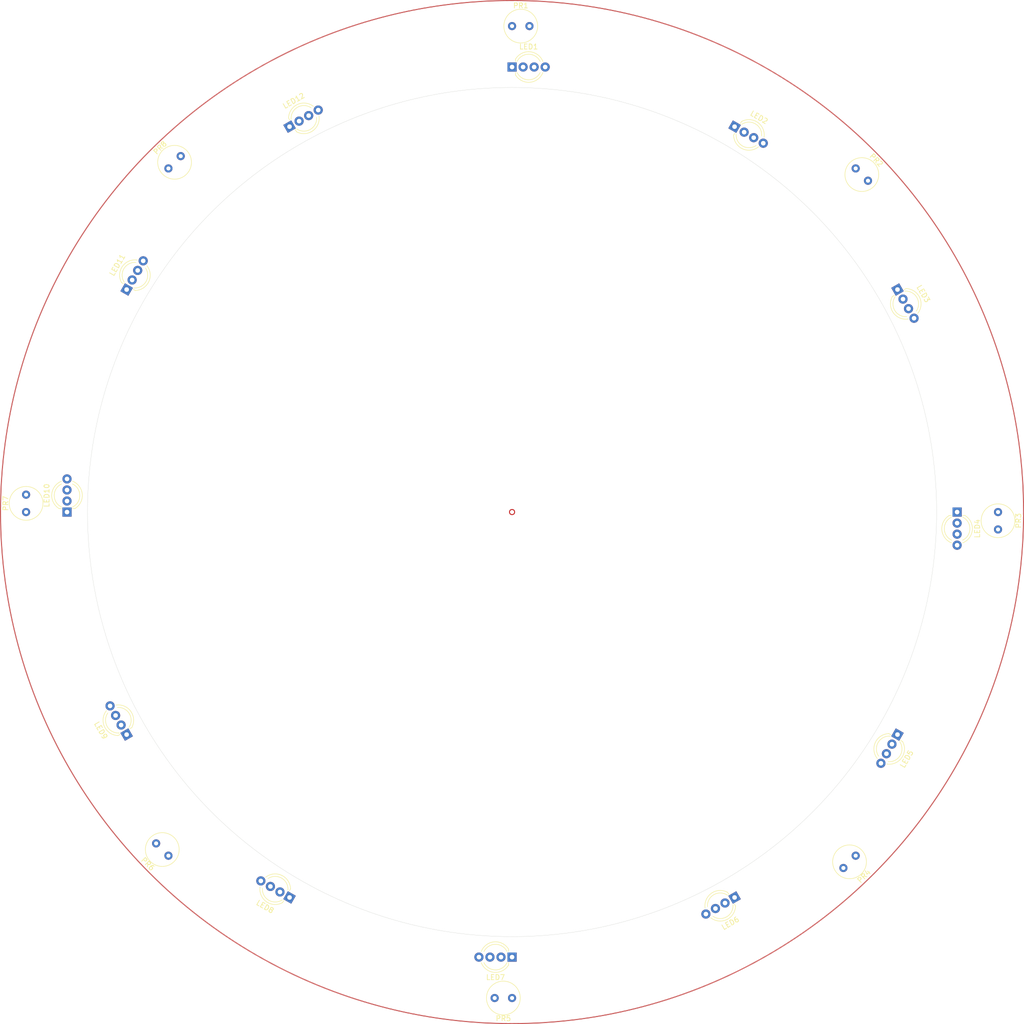
<source format=kicad_pcb>
(kicad_pcb (version 20240108) (generator "pcbnew") (generator_version "8.0")
  (layers (0 "F.Cu" signal) (31 "B.Cu" signal) (34 "B.Paste" user) (35 "F.Paste" user) (36 "B.SilkS" user "B.Silkscreen") (37 "F.SilkS" user "F.Silkscreen") (38 "B.Mask" user) (39 "F.Mask" user) (44 "Edge.Cuts" user))
  (net 0 "")
  (net 1 "Net-(J2-Pin_13)")
  (net 2 "5V")
  (net 3 "Net-(J2-Pin_12)")
  (net 4 "Net-(J2-Pin_11)")
  (net 5 "Net-(J2-Pin_10)")
  (net 6 "Net-(J2-Pin_9)")
  (net 7 "Net-(J2-Pin_8)")
  (net 8 "Net-(J2-Pin_7)")
  (net 9 "Net-(J2-Pin_6)")
  (net 10 "Net-(LED1-GA)")
  (net 11 "Net-(LED1-BA)")
  (net 12 "GND")
  (net 13 "Net-(LED1-RA)")
  (net 14 "Net-(LED2-GA)")
  (net 15 "Net-(LED2-BA)")
  (net 16 "Net-(LED2-RA)")
  (net 17 "Net-(LED3-RA)")
  (net 18 "Net-(LED3-GA)")
  (net 19 "Net-(LED3-BA)")
  (net 20 "Net-(LED4-GA)")
  (net 21 "Net-(LED4-RA)")
  (net 22 "Net-(LED4-BA)")
  (net 23 "Net-(LED5-RA)")
  (net 24 "Net-(LED5-GA)")
  (net 25 "Net-(LED5-BA)")
  (net 26 "Net-(LED6-GA)")
  (net 27 "Net-(LED6-BA)")
  (net 28 "Net-(LED6-RA)")
  (net 29 "Net-(LED7-RA)")
  (net 30 "Net-(LED7-BA)")
  (net 31 "Net-(LED7-GA)")
  (net 32 "Net-(LED8-GA)")
  (net 33 "Net-(LED8-RA)")
  (net 34 "Net-(LED8-BA)")
  (net 35 "Net-(LED9-GA)")
  (net 36 "Net-(LED9-RA)")
  (net 37 "Net-(LED9-BA)")
  (net 38 "Net-(LED10-GA)")
  (net 39 "Net-(LED10-BA)")
  (net 40 "Net-(LED10-RA)")
  (net 41 "Net-(LED11-GA)")
  (net 42 "Net-(LED11-RA)")
  (net 43 "Net-(LED11-BA)")
  (net 44 "Net-(LED12-RA)")
  (net 45 "Net-(LED12-BA)")
  (net 46 "Net-(LED12-GA)")
  (footprint "LED_THT:LED_D5.0mm-4_RGB_Wide_Pins" (layer "F.Cu") (at 63 100 90)
    (property "Reference" "LED10" (at 3.238501 -3.96 90) (layer "F.SilkS"))
    (property "Value" "LED_KRGB")
    (fp_line (start 0.6785 -1.545) (end 0.6785 -1.079999) (stroke (width 0.12)) (layer "F.SilkS"))
    (fp_line (start 0.6785 1.08) (end 0.6785 1.545) (stroke (width 0.12)) (layer "F.SilkS"))
    (fp_arc (start 0.6785 -1.54483) (mid 3.496956 -2.978809) (end 6.026315 -1.080827) (stroke (width 0.12)) (layer "F.SilkS"))
    (fp_arc (start 0.983816 -1.08) (mid 3.238263 -2.5) (end 5.492979 -1.080428) (stroke (width 0.12)) (layer "F.SilkS"))
    (fp_arc (start 5.492979 1.080429) (mid 3.238262 2.5) (end 0.983816 1.08) (stroke (width 0.12)) (layer "F.SilkS"))
    (fp_arc (start 6.026315 1.080827) (mid 3.496956 2.978808) (end 0.6785 1.54483) (stroke (width 0.12)) (layer "F.SilkS"))
    (pad "1" thru_hole rect (at 0 0 90) (size 1.8 1.8) (drill 0.9) (layers "*.Cu" "*.Mask") (net 12 "GND"))
    (pad "2" thru_hole circle (at 2.159 0 90) (size 1.8 1.8) (drill 0.9) (layers "*.Cu" "*.Mask") (net 40 "Net-(LED10-RA)"))
    (pad "3" thru_hole circle (at 4.318 0 90) (size 1.8 1.8) (drill 0.9) (layers "*.Cu" "*.Mask") (net 38 "Net-(LED10-GA)"))
    (pad "4" thru_hole circle (at 6.477 0 90) (size 1.8 1.8) (drill 0.9) (layers "*.Cu" "*.Mask") (net 39 "Net-(LED10-BA)"))
  )
  (footprint "LED_THT:LED_D5.0mm-4_RGB_Wide_Pins" (layer "F.Cu") (at 193.5 24.655789 -30)
    (property "Reference" "LED2" (at 3.2385 -3.960001 -30) (layer "F.SilkS"))
    (property "Value" "LED_KRGB")
    (fp_line (start 0.6785 1.080001) (end 0.6785 1.545) (stroke (width 0.12)) (layer "F.SilkS"))
    (fp_line (start 0.678499 -1.545001) (end 0.6785 -1.08) (stroke (width 0.12)) (layer "F.SilkS"))
    (fp_arc (start 0.678501 -1.54483) (mid 3.496957 -2.978809) (end 6.026315 -1.080827) (stroke (width 0.12)) (layer "F.SilkS"))
    (fp_arc (start 0.983816 -1.080001) (mid 3.238263 -2.500001) (end 5.492979 -1.080429) (stroke (width 0.12)) (layer "F.SilkS"))
    (fp_arc (start 5.492979 1.080429) (mid 3.238262 2.499999) (end 0.983816 1.079999) (stroke (width 0.12)) (layer "F.SilkS"))
    (fp_arc (start 6.026315 1.080827) (mid 3.496956 2.978808) (end 0.6785 1.54483) (stroke (width 0.12)) (layer "F.SilkS"))
    (pad "1" thru_hole rect (at 0 0 330) (size 1.8 1.8) (drill 0.9) (layers "*.Cu" "*.Mask") (net 12 "GND"))
    (pad "2" thru_hole circle (at 2.158999 0 330) (size 1.8 1.8) (drill 0.9) (layers "*.Cu" "*.Mask") (net 16 "Net-(LED2-RA)"))
    (pad "3" thru_hole circle (at 4.318 0 330) (size 1.8 1.8) (drill 0.9) (layers "*.Cu" "*.Mask") (net 14 "Net-(LED2-GA)"))
    (pad "4" thru_hole circle (at 6.477 0 330) (size 1.8 1.8) (drill 0.9) (layers "*.Cu" "*.Mask") (net 15 "Net-(LED2-BA)"))
  )
  (footprint "OptoDevice:R_LDR_D6.4mm_P3.4mm_Vertical" (layer "F.Cu") (at 150 5)
    (property "Reference" "PR1" (at 1.7 -4 0) (layer "F.SilkS"))
    (property "Value" "A1050")
    (fp_circle (center 1.7 0) (end 5 -0.1) (stroke (width 0.12)) (fill none) (layer "F.SilkS"))
    (pad "1" thru_hole circle (at 0 0) (size 1.6 1.6) (drill 0.8) (layers "*.Cu" "*.Mask") (net 2 "5V"))
    (pad "2" thru_hole circle (at 3.4 0) (size 1.6 1.6) (drill 0.8) (layers "*.Cu" "*.Mask") (net 1 "Net-(J2-Pin_13)"))
  )
  (footprint "OptoDevice:R_LDR_D6.4mm_P3.4mm_Vertical" (layer "F.Cu") (at 55 100 90)
    (property "Reference" "PR7" (at 1.7 -4 90) (layer "F.SilkS"))
    (property "Value" "A1050")
    (fp_circle (center 1.7 0) (end 5 -0.1) (stroke (width 0.12)) (fill none) (layer "F.SilkS"))
    (pad "1" thru_hole circle (at 0 0 90) (size 1.6 1.6) (drill 0.8) (layers "*.Cu" "*.Mask") (net 2 "5V"))
    (pad "2" thru_hole circle (at 3.4 0 90) (size 1.6 1.6) (drill 0.8) (layers "*.Cu" "*.Mask") (net 8 "Net-(J2-Pin_7)"))
  )
  (footprint "LED_THT:LED_D5.0mm-4_RGB_Wide_Pins" (layer "F.Cu") (at 225.34421 143.499999 -120)
    (property "Reference" "LED5" (at 3.238501 -3.96 -120) (layer "F.SilkS"))
    (property "Value" "LED_KRGB")
    (fp_line (start 0.6785 1.079999) (end 0.6785 1.545) (stroke (width 0.12)) (layer "F.SilkS"))
    (fp_line (start 0.678501 -1.545) (end 0.6785 -1.08) (stroke (width 0.12)) (layer "F.SilkS"))
    (fp_arc (start 6.026315 1.080827) (mid 3.496957 2.978808) (end 0.6785 1.54483) (stroke (width 0.12)) (layer "F.SilkS"))
    (fp_arc (start 5.492979 1.080429) (mid 3.238262 2.499999) (end 0.983816 1.079999) (stroke (width 0.12)) (layer "F.SilkS"))
    (fp_arc (start 0.983815 -1.08) (mid 3.238262 -2.500002) (end 5.492979 -1.08043) (stroke (width 0.12)) (layer "F.SilkS"))
    (fp_arc (start 0.6785 -1.54483) (mid 3.496957 -2.978809) (end 6.026315 -1.080827) (stroke (width 0.12)) (layer "F.SilkS"))
    (pad "1" thru_hole rect (at 0 0 240) (size 1.8 1.8) (drill 0.9) (layers "*.Cu" "*.Mask") (net 12 "GND"))
    (pad "2" thru_hole circle (at 2.159 0 240) (size 1.8 1.8) (drill 0.9) (layers "*.Cu" "*.Mask") (net 23 "Net-(LED5-RA)"))
    (pad "3" thru_hole circle (at 4.318 0 240) (size 1.8 1.8) (drill 0.9) (layers "*.Cu" "*.Mask") (net 24 "Net-(LED5-GA)"))
    (pad "4" thru_hole circle (at 6.477 0 240) (size 1.8 1.8) (drill 0.9) (layers "*.Cu" "*.Mask") (net 25 "Net-(LED5-BA)"))
  )
  (footprint "OptoDevice:R_LDR_D6.4mm_P3.4mm_Vertical" (layer "F.Cu") (at 82.824855 167.175144 135)
    (property "Reference" "PR6" (at 1.700001 -4 135) (layer "F.SilkS"))
    (property "Value" "A1050")
    (fp_circle (center 1.700001 0) (end 5 -0.1) (stroke (width 0.12)) (fill none) (layer "F.SilkS"))
    (pad "1" thru_hole circle (at 0 0 135) (size 1.6 1.6) (drill 0.8) (layers "*.Cu" "*.Mask") (net 2 "5V"))
    (pad "2" thru_hole circle (at 3.4 0 135) (size 1.6 1.6) (drill 0.8) (layers "*.Cu" "*.Mask") (net 7 "Net-(J2-Pin_8)"))
  )
  (footprint "OptoDevice:R_LDR_D6.4mm_P3.4mm_Vertical" (layer "F.Cu") (at 150 195 180)
    (property "Reference" "PR5" (at 1.7 -4 180) (layer "F.SilkS"))
    (property "Value" "A1050")
    (fp_circle (center 1.7 0) (end 5 -0.1) (stroke (width 0.12)) (fill none) (layer "F.SilkS"))
    (pad "1" thru_hole circle (at 0 0 180) (size 1.6 1.6) (drill 0.8) (layers "*.Cu" "*.Mask") (net 2 "5V"))
    (pad "2" thru_hole circle (at 3.4 0 180) (size 1.6 1.6) (drill 0.8) (layers "*.Cu" "*.Mask") (net 6 "Net-(J2-Pin_9)"))
  )
  (footprint "LED_THT:LED_D5.0mm-4_RGB_Wide_Pins" (layer "F.Cu") (at 225.34421 56.499999 -60)
    (property "Reference" "LED3" (at 3.238501 -3.96 -60) (layer "F.SilkS"))
    (property "Value" "LED_KRGB")
    (fp_line (start 0.6785 1.08) (end 0.678499 1.545001) (stroke (width 0.12)) (layer "F.SilkS"))
    (fp_line (start 0.6785 -1.545001) (end 0.6785 -1.08) (stroke (width 0.12)) (layer "F.SilkS"))
    (fp_arc (start 0.983815 -1.08) (mid 3.238263 -2.500001) (end 5.492979 -1.080429) (stroke (width 0.12)) (layer "F.SilkS"))
    (fp_arc (start 0.6785 -1.54483) (mid 3.496957 -2.978809) (end 6.026315 -1.080827) (stroke (width 0.12)) (layer "F.SilkS"))
    (fp_arc (start 5.492979 1.080429) (mid 3.238262 2.500001) (end 0.983816 1.079999) (stroke (width 0.12)) (layer "F.SilkS"))
    (fp_arc (start 6.026316 1.080827) (mid 3.496957 2.978809) (end 0.678499 1.544831) (stroke (width 0.12)) (layer "F.SilkS"))
    (pad "1" thru_hole rect (at 0 0 300) (size 1.8 1.8) (drill 0.9) (layers "*.Cu" "*.Mask") (net 12 "GND"))
    (pad "2" thru_hole circle (at 2.158999 0 300) (size 1.8 1.8) (drill 0.9) (layers "*.Cu" "*.Mask") (net 17 "Net-(LED3-RA)"))
    (pad "3" thru_hole circle (at 4.318001 -0.000001 300) (size 1.8 1.8) (drill 0.9) (layers "*.Cu" "*.Mask") (net 18 "Net-(LED3-GA)"))
    (pad "4" thru_hole circle (at 6.477 0 300) (size 1.8 1.8) (drill 0.9) (layers "*.Cu" "*.Mask") (net 19 "Net-(LED3-BA)"))
  )
  (footprint "LED_THT:LED_D5.0mm-4_RGB_Wide_Pins" (layer "F.Cu") (at 74.655789 56.499999 60)
    (property "Reference" "LED11" (at 3.238501 -3.960001 60) (layer "F.SilkS"))
    (property "Value" "LED_KRGB")
    (fp_line (start 0.678501 -1.545) (end 0.6785 -1.08) (stroke (width 0.12)) (layer "F.SilkS"))
    (fp_line (start 0.6785 1.079999) (end 0.6785 1.545) (stroke (width 0.12)) (layer "F.SilkS"))
    (fp_arc (start 0.6785 -1.54483) (mid 3.496957 -2.978809) (end 6.026315 -1.080827) (stroke (width 0.12)) (layer "F.SilkS"))
    (fp_arc (start 0.983815 -1.08) (mid 3.238262 -2.500002) (end 5.492979 -1.08043) (stroke (width 0.12)) (layer "F.SilkS"))
    (fp_arc (start 5.492979 1.080429) (mid 3.238262 2.499999) (end 0.983816 1.079999) (stroke (width 0.12)) (layer "F.SilkS"))
    (fp_arc (start 6.026315 1.080827) (mid 3.496957 2.978808) (end 0.6785 1.54483) (stroke (width 0.12)) (layer "F.SilkS"))
    (pad "1" thru_hole rect (at 0 0 60) (size 1.8 1.8) (drill 0.9) (layers "*.Cu" "*.Mask") (net 12 "GND"))
    (pad "2" thru_hole circle (at 2.159 0 60) (size 1.8 1.8) (drill 0.9) (layers "*.Cu" "*.Mask") (net 42 "Net-(LED11-RA)"))
    (pad "3" thru_hole circle (at 4.318 0 60) (size 1.8 1.8) (drill 0.9) (layers "*.Cu" "*.Mask") (net 41 "Net-(LED11-GA)"))
    (pad "4" thru_hole circle (at 6.477 0 60) (size 1.8 1.8) (drill 0.9) (layers "*.Cu" "*.Mask") (net 43 "Net-(LED11-BA)"))
  )
  (footprint "LED_THT:LED_D5.0mm-4_RGB_Wide_Pins" (layer "F.Cu") (at 74.655789 143.5 120)
    (property "Reference" "LED9" (at 3.238502 -3.96 120) (layer "F.SilkS"))
    (property "Value" "LED_KRGB")
    (fp_line (start 0.6785 -1.545001) (end 0.6785 -1.08) (stroke (width 0.12)) (layer "F.SilkS"))
    (fp_line (start 0.6785 1.08) (end 0.678499 1.545001) (stroke (width 0.12)) (layer "F.SilkS"))
    (fp_arc (start 6.026316 1.080827) (mid 3.496957 2.978809) (end 0.678499 1.544831) (stroke (width 0.12)) (layer "F.SilkS"))
    (fp_arc (start 5.492979 1.080429) (mid 3.238262 2.500001) (end 0.983816 1.079999) (stroke (width 0.12)) (layer "F.SilkS"))
    (fp_arc (start 0.6785 -1.54483) (mid 3.496957 -2.978809) (end 6.026315 -1.080827) (stroke (width 0.12)) (layer "F.SilkS"))
    (fp_arc (start 0.983815 -1.08) (mid 3.238263 -2.500001) (end 5.492979 -1.080429) (stroke (width 0.12)) (layer "F.SilkS"))
    (pad "1" thru_hole rect (at 0 0 120) (size 1.8 1.8) (drill 0.9) (layers "*.Cu" "*.Mask") (net 12 "GND"))
    (pad "2" thru_hole circle (at 2.158999 0 120) (size 1.8 1.8) (drill 0.9) (layers "*.Cu" "*.Mask") (net 36 "Net-(LED9-RA)"))
    (pad "3" thru_hole circle (at 4.318001 -0.000001 120) (size 1.8 1.8) (drill 0.9) (layers "*.Cu" "*.Mask") (net 35 "Net-(LED9-GA)"))
    (pad "4" thru_hole circle (at 6.477 0 120) (size 1.8 1.8) (drill 0.9) (layers "*.Cu" "*.Mask") (net 37 "Net-(LED9-BA)"))
  )
  (footprint "OptoDevice:R_LDR_D6.4mm_P3.4mm_Vertical" (layer "F.Cu") (at 217.175144 32.824855 -45)
    (property "Reference" "PR2" (at 1.699999 -4 -45) (layer "F.SilkS"))
    (property "Value" "A1050")
    (fp_circle (center 1.700001 0) (end 5 -0.1) (stroke (width 0.12)) (fill none) (layer "F.SilkS"))
    (pad "1" thru_hole circle (at 0 0 315) (size 1.6 1.6) (drill 0.8) (layers "*.Cu" "*.Mask") (net 2 "5V"))
    (pad "2" thru_hole circle (at 3.4 0 315) (size 1.6 1.6) (drill 0.8) (layers "*.Cu" "*.Mask") (net 3 "Net-(J2-Pin_12)"))
  )
  (footprint "LED_THT:LED_D5.0mm-4_RGB_Wide_Pins" (layer "F.Cu") (at 193.5 175.34421 -150)
    (property "Reference" "LED6" (at 3.238502 -3.959999 -150) (layer "F.SilkS"))
    (property "Value" "LED_KRGB")
    (fp_line (start 0.6785 1.08) (end 0.6785 1.545) (stroke (width 0.12)) (layer "F.SilkS"))
    (fp_line (start 0.6785 -1.545) (end 0.6785 -1.079999) (stroke (width 0.12)) (layer "F.SilkS"))
    (fp_arc (start 6.026315 1.080827) (mid 3.496956 2.978808) (end 0.678501 1.54483) (stroke (width 0.12)) (layer "F.SilkS"))
    (fp_arc (start 5.492978 1.080429) (mid 3.238262 2.499999) (end 0.983816 1.079999) (stroke (width 0.12)) (layer "F.SilkS"))
    (fp_arc (start 0.983817 -1.08) (mid 3.238262 -2.499999) (end 5.492979 -1.080429) (stroke (width 0.12)) (layer "F.SilkS"))
    (fp_arc (start 0.678501 -1.54483) (mid 3.496956 -2.978808) (end 6.026315 -1.080827) (stroke (width 0.12)) (layer "F.SilkS"))
    (pad "1" thru_hole rect (at 0 0 210) (size 1.8 1.8) (drill 0.9) (layers "*.Cu" "*.Mask") (net 12 "GND"))
    (pad "2" thru_hole circle (at 2.159 0 210) (size 1.8 1.8) (drill 0.9) (layers "*.Cu" "*.Mask") (net 28 "Net-(LED6-RA)"))
    (pad "3" thru_hole circle (at 4.318 0 210) (size 1.8 1.8) (drill 0.9) (layers "*.Cu" "*.Mask") (net 26 "Net-(LED6-GA)"))
    (pad "4" thru_hole circle (at 6.477 0 210) (size 1.8 1.8) (drill 0.9) (layers "*.Cu" "*.Mask") (net 27 "Net-(LED6-BA)"))
  )
  (footprint "LED_THT:LED_D5.0mm-4_RGB_Wide_Pins" (layer "F.Cu") (at 106.5 175.34421 150)
    (property "Reference" "LED8" (at 3.238502 -3.96 150) (layer "F.SilkS"))
    (property "Value" "LED_KRGB")
    (fp_line (start 0.678499 -1.545001) (end 0.6785 -1.08) (stroke (width 0.12)) (layer "F.SilkS"))
    (fp_line (start 0.6785 1.080001) (end 0.6785 1.545) (stroke (width 0.12)) (layer "F.SilkS"))
    (fp_arc (start 6.026315 1.080827) (mid 3.496956 2.978808) (end 0.6785 1.54483) (stroke (width 0.12)) (layer "F.SilkS"))
    (fp_arc (start 5.492979 1.080429) (mid 3.238262 2.499999) (end 0.983816 1.079999) (stroke (width 0.12)) (layer "F.SilkS"))
    (fp_arc (start 0.983816 -1.080001) (mid 3.238263 -2.500001) (end 5.492979 -1.080429) (stroke (width 0.12)) (layer "F.SilkS"))
    (fp_arc (start 0.678501 -1.54483) (mid 3.496957 -2.978809) (end 6.026315 -1.080827) (stroke (width 0.12)) (layer "F.SilkS"))
    (pad "1" thru_hole rect (at 0 0 150) (size 1.8 1.8) (drill 0.9) (layers "*.Cu" "*.Mask") (net 12 "GND"))
    (pad "2" thru_hole circle (at 2.158999 0 150) (size 1.8 1.8) (drill 0.9) (layers "*.Cu" "*.Mask") (net 33 "Net-(LED8-RA)"))
    (pad "3" thru_hole circle (at 4.318 0 150) (size 1.8 1.8) (drill 0.9) (layers "*.Cu" "*.Mask") (net 32 "Net-(LED8-GA)"))
    (pad "4" thru_hole circle (at 6.477 0 150) (size 1.8 1.8) (drill 0.9) (layers "*.Cu" "*.Mask") (net 34 "Net-(LED8-BA)"))
  )
  (footprint "LED_THT:LED_D5.0mm-4_RGB_Wide_Pins" (layer "F.Cu") (at 150 13)
    (property "Reference" "LED1" (at 3.238501 -3.96 0) (layer "F.SilkS"))
    (property "Value" "LED_KRGB")
    (fp_line (start 0.678499 -1.545) (end 0.6785 -1.08) (stroke (width 0.12)) (layer "F.SilkS"))
    (fp_line (start 0.6785 1.08) (end 0.678501 1.545) (stroke (width 0.12)) (layer "F.SilkS"))
    (fp_arc (start 0.6785 -1.544831) (mid 3.496957 -2.978809) (end 6.026316 -1.080827) (stroke (width 0.12)) (layer "F.SilkS"))
    (fp_arc (start 0.983816 -1.08) (mid 3.238262 -2.5) (end 5.492979 -1.080429) (stroke (width 0.12)) (layer "F.SilkS"))
    (fp_arc (start 5.492979 1.080429) (mid 3.238262 2.5) (end 0.983816 1.08) (stroke (width 0.12)) (layer "F.SilkS"))
    (fp_arc (start 6.026314 1.080827) (mid 3.496956 2.978808) (end 0.6785 1.544829) (stroke (width 0.12)) (layer "F.SilkS"))
    (pad "1" thru_hole rect (at 0 0) (size 1.8 1.8) (drill 0.9) (layers "*.Cu" "*.Mask") (net 12 "GND"))
    (pad "2" thru_hole circle (at 2.159 0) (size 1.8 1.8) (drill 0.9) (layers "*.Cu" "*.Mask") (net 13 "Net-(LED1-RA)"))
    (pad "3" thru_hole circle (at 4.318 0) (size 1.8 1.8) (drill 0.9) (layers "*.Cu" "*.Mask") (net 10 "Net-(LED1-GA)"))
    (pad "4" thru_hole circle (at 6.477 -0.000001) (size 1.8 1.8) (drill 0.9) (layers "*.Cu" "*.Mask") (net 11 "Net-(LED1-BA)"))
  )
  (footprint "OptoDevice:R_LDR_D6.4mm_P3.4mm_Vertical" (layer "F.Cu") (at 245 100 -90)
    (property "Reference" "PR3" (at 1.7 -4 -90) (layer "F.SilkS"))
    (property "Value" "A1050")
    (fp_circle (center 1.7 0) (end 5 -0.1) (stroke (width 0.12)) (fill none) (layer "F.SilkS"))
    (pad "1" thru_hole circle (at 0 0 270) (size 1.6 1.6) (drill 0.8) (layers "*.Cu" "*.Mask") (net 2 "5V"))
    (pad "2" thru_hole circle (at 3.4 0 270) (size 1.6 1.6) (drill 0.8) (layers "*.Cu" "*.Mask") (net 4 "Net-(J2-Pin_11)"))
  )
  (footprint "LED_THT:LED_D5.0mm-4_RGB_Wide_Pins" (layer "F.Cu") (at 237 100 -90)
    (property "Reference" "LED4" (at 3.238501 -3.96 -90) (layer "F.SilkS"))
    (property "Value" "LED_KRGB")
    (fp_line (start 0.6785 1.08) (end 0.6785 1.545) (stroke (width 0.12)) (layer "F.SilkS"))
    (fp_line (start 0.6785 -1.545) (end 0.6785 -1.079999) (stroke (width 0.12)) (layer "F.SilkS"))
    (fp_arc (start 6.026315 1.080827) (mid 3.496956 2.978808) (end 0.6785 1.54483) (stroke (width 0.12)) (layer "F.SilkS"))
    (fp_arc (start 5.492979 1.080429) (mid 3.238262 2.5) (end 0.983816 1.08) (stroke (width 0.12)) (layer "F.SilkS"))
    (fp_arc (start 0.983816 -1.08) (mid 3.238263 -2.5) (end 5.492979 -1.080428) (stroke (width 0.12)) (layer "F.SilkS"))
    (fp_arc (start 0.6785 -1.54483) (mid 3.496956 -2.978809) (end 6.026315 -1.080827) (stroke (width 0.12)) (layer "F.SilkS"))
    (pad "1" thru_hole rect (at 0 0 270) (size 1.8 1.8) (drill 0.9) (layers "*.Cu" "*.Mask") (net 12 "GND"))
    (pad "2" thru_hole circle (at 2.159 0 270) (size 1.8 1.8) (drill 0.9) (layers "*.Cu" "*.Mask") (net 21 "Net-(LED4-RA)"))
    (pad "3" thru_hole circle (at 4.318 0 270) (size 1.8 1.8) (drill 0.9) (layers "*.Cu" "*.Mask") (net 20 "Net-(LED4-GA)"))
    (pad "4" thru_hole circle (at 6.477 0 270) (size 1.8 1.8) (drill 0.9) (layers "*.Cu" "*.Mask") (net 22 "Net-(LED4-BA)"))
  )
  (footprint "OptoDevice:R_LDR_D6.4mm_P3.4mm_Vertical" (layer "F.Cu") (at 217.175144 167.175144 -135)
    (property "Reference" "PR4" (at 1.7 -3.999999 -135) (layer "F.SilkS"))
    (property "Value" "A1050")
    (fp_circle (center 1.700001 0) (end 5 -0.1) (stroke (width 0.12)) (fill none) (layer "F.SilkS"))
    (pad "1" thru_hole circle (at 0 0 225) (size 1.6 1.6) (drill 0.8) (layers "*.Cu" "*.Mask") (net 2 "5V"))
    (pad "2" thru_hole circle (at 3.4 0 225) (size 1.6 1.6) (drill 0.8) (layers "*.Cu" "*.Mask") (net 5 "Net-(J2-Pin_10)"))
  )
  (footprint "LED_THT:LED_D5.0mm-4_RGB_Wide_Pins" (layer "F.Cu") (at 106.499999 24.655789 30)
    (property "Reference" "LED12" (at 3.238501 -3.960001 30) (layer "F.SilkS"))
    (property "Value" "LED_KRGB")
    (fp_line (start 0.6785 -1.545) (end 0.6785 -1.079999) (stroke (width 0.12)) (layer "F.SilkS"))
    (fp_line (start 0.6785 1.08) (end 0.6785 1.545) (stroke (width 0.12)) (layer "F.SilkS"))
    (fp_arc (start 0.678501 -1.54483) (mid 3.496956 -2.978808) (end 6.026315 -1.080827) (stroke (width 0.12)) (layer "F.SilkS"))
    (fp_arc (start 0.983817 -1.08) (mid 3.238262 -2.499999) (end 5.492979 -1.080429) (stroke (width 0.12)) (layer "F.SilkS"))
    (fp_arc (start 5.492978 1.080429) (mid 3.238262 2.499999) (end 0.983816 1.079999) (stroke (width 0.12)) (layer "F.SilkS"))
    (fp_arc (start 6.026315 1.080827) (mid 3.496956 2.978808) (end 0.678501 1.54483) (stroke (width 0.12)) (layer "F.SilkS"))
    (pad "1" thru_hole rect (at 0 0 30) (size 1.8 1.8) (drill 0.9) (layers "*.Cu" "*.Mask") (net 12 "GND"))
    (pad "2" thru_hole circle (at 2.159 0 30) (size 1.8 1.8) (drill 0.9) (layers "*.Cu" "*.Mask") (net 44 "Net-(LED12-RA)"))
    (pad "3" thru_hole circle (at 4.318 0 30) (size 1.8 1.8) (drill 0.9) (layers "*.Cu" "*.Mask") (net 46 "Net-(LED12-GA)"))
    (pad "4" thru_hole circle (at 6.477 0 30) (size 1.8 1.8) (drill 0.9) (layers "*.Cu" "*.Mask") (net 45 "Net-(LED12-BA)"))
  )
  (footprint "LED_THT:LED_D5.0mm-4_RGB_Wide_Pins" (layer "F.Cu") (at 150 187 180)
    (property "Reference" "LED7" (at 3.238501 -3.96 180) (layer "F.SilkS"))
    (property "Value" "LED_KRGB")
    (fp_line (start 0.6785 1.08) (end 0.6785 1.545) (stroke (width 0.12)) (layer "F.SilkS"))
    (fp_line (start 0.6785 -1.545) (end 0.6785 -1.08) (stroke (width 0.12)) (layer "F.SilkS"))
    (fp_arc (start 6.026315 1.080827) (mid 3.496956 2.978808) (end 0.6785 1.54483) (stroke (width 0.12)) (layer "F.SilkS"))
    (fp_arc (start 5.492979 1.080429) (mid 3.238262 2.5) (end 0.983816 1.08) (stroke (width 0.12)) (layer "F.SilkS"))
    (fp_arc (start 0.983816 -1.08) (mid 3.238262 -2.5) (end 5.492979 -1.080429) (stroke (width 0.12)) (layer "F.SilkS"))
    (fp_arc (start 0.6785 -1.54483) (mid 3.496956 -2.978809) (end 6.026315 -1.080827) (stroke (width 0.12)) (layer "F.SilkS"))
    (pad "1" thru_hole rect (at 0 0 180) (size 1.8 1.8) (drill 0.9) (layers "*.Cu" "*.Mask") (net 12 "GND"))
    (pad "2" thru_hole circle (at 2.159 0 180) (size 1.8 1.8) (drill 0.9) (layers "*.Cu" "*.Mask") (net 29 "Net-(LED7-RA)"))
    (pad "3" thru_hole circle (at 4.318 -0.000001 180) (size 1.8 1.8) (drill 0.9) (layers "*.Cu" "*.Mask") (net 31 "Net-(LED7-GA)"))
    (pad "4" thru_hole circle (at 6.477 0 180) (size 1.8 1.8) (drill 0.9) (layers "*.Cu" "*.Mask") (net 30 "Net-(LED7-BA)"))
  )
  (footprint "OptoDevice:R_LDR_D6.4mm_P3.4mm_Vertical" (layer "F.Cu") (at 82.824855 32.824855 45)
    (property "Reference" "PR8" (at 1.7 -4.000001 45) (layer "F.SilkS"))
    (property "Value" "A1050")
    (fp_circle (center 1.700001 0) (end 5 -0.1) (stroke (width 0.12)) (fill none) (layer "F.SilkS"))
    (pad "1" thru_hole circle (at 0 0 45) (size 1.6 1.6) (drill 0.8) (layers "*.Cu" "*.Mask") (net 2 "5V"))
    (pad "2" thru_hole circle (at 3.4 0 45) (size 1.6 1.6) (drill 0.8) (layers "*.Cu" "*.Mask") (net 9 "Net-(J2-Pin_6)"))
  )
  (gr_circle (center 150 100) (end 250 100) (stroke (width 0.2)) (fill none) (layer "F.Cu"))
  (gr_circle (center 150 100) (end 150.5 100) (stroke (width 0.2)) (fill none) (layer "F.Cu"))
  (gr_circle (center 150 100) (end 233 100) (stroke (width 0.05)) (fill none) (layer "Edge.Cuts"))
  (gr_circle (center 150 100) (end 250 100) (stroke (width 0.05)) (fill none) (layer "Edge.Cuts"))
)
</source>
